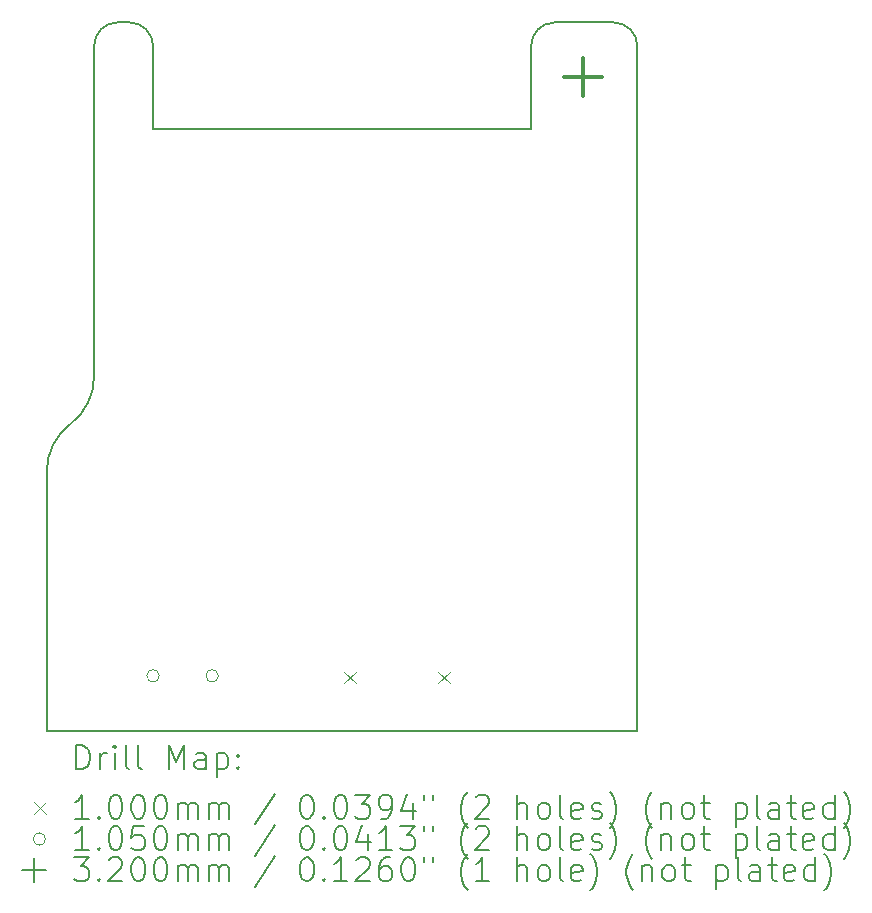
<source format=gbr>
%TF.GenerationSoftware,KiCad,Pcbnew,9.0.0-9.0.0-2~ubuntu24.04.1*%
%TF.CreationDate,2025-03-07T10:51:01+01:00*%
%TF.ProjectId,SensorBoard,53656e73-6f72-4426-9f61-72642e6b6963,rev?*%
%TF.SameCoordinates,Original*%
%TF.FileFunction,Drillmap*%
%TF.FilePolarity,Positive*%
%FSLAX45Y45*%
G04 Gerber Fmt 4.5, Leading zero omitted, Abs format (unit mm)*
G04 Created by KiCad (PCBNEW 9.0.0-9.0.0-2~ubuntu24.04.1) date 2025-03-07 10:51:01*
%MOMM*%
%LPD*%
G01*
G04 APERTURE LIST*
%ADD10C,0.200000*%
%ADD11C,0.100000*%
%ADD12C,0.105000*%
%ADD13C,0.320000*%
G04 APERTURE END LIST*
D10*
X18629500Y-8147000D02*
G75*
G02*
X18829500Y-8347000I0J-200000D01*
G01*
X14229500Y-8347000D02*
X14229500Y-11147000D01*
X18129500Y-8147000D02*
X18629500Y-8147000D01*
X18829500Y-8347000D02*
X18829500Y-14147000D01*
X14529500Y-8147000D02*
X14429500Y-8147000D01*
X18829500Y-14147000D02*
X13829500Y-14147000D01*
X14229500Y-11147000D02*
G75*
G02*
X14029500Y-11547000I-500000J0D01*
G01*
X17929500Y-8347000D02*
G75*
G02*
X18129500Y-8147000I200000J0D01*
G01*
X14529500Y-8147000D02*
G75*
G02*
X14729500Y-8347000I0J-200000D01*
G01*
X13829500Y-11947000D02*
X13829500Y-14147000D01*
X13829500Y-11947000D02*
G75*
G02*
X14029500Y-11547000I500000J0D01*
G01*
X14729500Y-9047000D02*
X17929500Y-9047000D01*
X17929500Y-9047000D02*
X17929500Y-8347000D01*
X14229500Y-8347000D02*
G75*
G02*
X14429500Y-8147000I200000J0D01*
G01*
X14729500Y-8347000D02*
X14729500Y-9047000D01*
D11*
X16346300Y-13643000D02*
X16446300Y-13743000D01*
X16446300Y-13643000D02*
X16346300Y-13743000D01*
X17144300Y-13643000D02*
X17244300Y-13743000D01*
X17244300Y-13643000D02*
X17144300Y-13743000D01*
D12*
X14782198Y-13678302D02*
G75*
G02*
X14677198Y-13678302I-52500J0D01*
G01*
X14677198Y-13678302D02*
G75*
G02*
X14782198Y-13678302I52500J0D01*
G01*
X15282198Y-13678302D02*
G75*
G02*
X15177198Y-13678302I-52500J0D01*
G01*
X15177198Y-13678302D02*
G75*
G02*
X15282198Y-13678302I52500J0D01*
G01*
D13*
X18370080Y-8447000D02*
X18370080Y-8767000D01*
X18210080Y-8607000D02*
X18530080Y-8607000D01*
D10*
X14080277Y-14468484D02*
X14080277Y-14268484D01*
X14080277Y-14268484D02*
X14127896Y-14268484D01*
X14127896Y-14268484D02*
X14156467Y-14278008D01*
X14156467Y-14278008D02*
X14175515Y-14297055D01*
X14175515Y-14297055D02*
X14185039Y-14316103D01*
X14185039Y-14316103D02*
X14194562Y-14354198D01*
X14194562Y-14354198D02*
X14194562Y-14382769D01*
X14194562Y-14382769D02*
X14185039Y-14420865D01*
X14185039Y-14420865D02*
X14175515Y-14439912D01*
X14175515Y-14439912D02*
X14156467Y-14458960D01*
X14156467Y-14458960D02*
X14127896Y-14468484D01*
X14127896Y-14468484D02*
X14080277Y-14468484D01*
X14280277Y-14468484D02*
X14280277Y-14335150D01*
X14280277Y-14373246D02*
X14289801Y-14354198D01*
X14289801Y-14354198D02*
X14299324Y-14344674D01*
X14299324Y-14344674D02*
X14318372Y-14335150D01*
X14318372Y-14335150D02*
X14337420Y-14335150D01*
X14404086Y-14468484D02*
X14404086Y-14335150D01*
X14404086Y-14268484D02*
X14394562Y-14278008D01*
X14394562Y-14278008D02*
X14404086Y-14287531D01*
X14404086Y-14287531D02*
X14413610Y-14278008D01*
X14413610Y-14278008D02*
X14404086Y-14268484D01*
X14404086Y-14268484D02*
X14404086Y-14287531D01*
X14527896Y-14468484D02*
X14508848Y-14458960D01*
X14508848Y-14458960D02*
X14499324Y-14439912D01*
X14499324Y-14439912D02*
X14499324Y-14268484D01*
X14632658Y-14468484D02*
X14613610Y-14458960D01*
X14613610Y-14458960D02*
X14604086Y-14439912D01*
X14604086Y-14439912D02*
X14604086Y-14268484D01*
X14861229Y-14468484D02*
X14861229Y-14268484D01*
X14861229Y-14268484D02*
X14927896Y-14411341D01*
X14927896Y-14411341D02*
X14994562Y-14268484D01*
X14994562Y-14268484D02*
X14994562Y-14468484D01*
X15175515Y-14468484D02*
X15175515Y-14363722D01*
X15175515Y-14363722D02*
X15165991Y-14344674D01*
X15165991Y-14344674D02*
X15146943Y-14335150D01*
X15146943Y-14335150D02*
X15108848Y-14335150D01*
X15108848Y-14335150D02*
X15089801Y-14344674D01*
X15175515Y-14458960D02*
X15156467Y-14468484D01*
X15156467Y-14468484D02*
X15108848Y-14468484D01*
X15108848Y-14468484D02*
X15089801Y-14458960D01*
X15089801Y-14458960D02*
X15080277Y-14439912D01*
X15080277Y-14439912D02*
X15080277Y-14420865D01*
X15080277Y-14420865D02*
X15089801Y-14401817D01*
X15089801Y-14401817D02*
X15108848Y-14392293D01*
X15108848Y-14392293D02*
X15156467Y-14392293D01*
X15156467Y-14392293D02*
X15175515Y-14382769D01*
X15270753Y-14335150D02*
X15270753Y-14535150D01*
X15270753Y-14344674D02*
X15289801Y-14335150D01*
X15289801Y-14335150D02*
X15327896Y-14335150D01*
X15327896Y-14335150D02*
X15346943Y-14344674D01*
X15346943Y-14344674D02*
X15356467Y-14354198D01*
X15356467Y-14354198D02*
X15365991Y-14373246D01*
X15365991Y-14373246D02*
X15365991Y-14430388D01*
X15365991Y-14430388D02*
X15356467Y-14449436D01*
X15356467Y-14449436D02*
X15346943Y-14458960D01*
X15346943Y-14458960D02*
X15327896Y-14468484D01*
X15327896Y-14468484D02*
X15289801Y-14468484D01*
X15289801Y-14468484D02*
X15270753Y-14458960D01*
X15451705Y-14449436D02*
X15461229Y-14458960D01*
X15461229Y-14458960D02*
X15451705Y-14468484D01*
X15451705Y-14468484D02*
X15442182Y-14458960D01*
X15442182Y-14458960D02*
X15451705Y-14449436D01*
X15451705Y-14449436D02*
X15451705Y-14468484D01*
X15451705Y-14344674D02*
X15461229Y-14354198D01*
X15461229Y-14354198D02*
X15451705Y-14363722D01*
X15451705Y-14363722D02*
X15442182Y-14354198D01*
X15442182Y-14354198D02*
X15451705Y-14344674D01*
X15451705Y-14344674D02*
X15451705Y-14363722D01*
D11*
X13719500Y-14747000D02*
X13819500Y-14847000D01*
X13819500Y-14747000D02*
X13719500Y-14847000D01*
D10*
X14185039Y-14888484D02*
X14070753Y-14888484D01*
X14127896Y-14888484D02*
X14127896Y-14688484D01*
X14127896Y-14688484D02*
X14108848Y-14717055D01*
X14108848Y-14717055D02*
X14089801Y-14736103D01*
X14089801Y-14736103D02*
X14070753Y-14745627D01*
X14270753Y-14869436D02*
X14280277Y-14878960D01*
X14280277Y-14878960D02*
X14270753Y-14888484D01*
X14270753Y-14888484D02*
X14261229Y-14878960D01*
X14261229Y-14878960D02*
X14270753Y-14869436D01*
X14270753Y-14869436D02*
X14270753Y-14888484D01*
X14404086Y-14688484D02*
X14423134Y-14688484D01*
X14423134Y-14688484D02*
X14442182Y-14698008D01*
X14442182Y-14698008D02*
X14451705Y-14707531D01*
X14451705Y-14707531D02*
X14461229Y-14726579D01*
X14461229Y-14726579D02*
X14470753Y-14764674D01*
X14470753Y-14764674D02*
X14470753Y-14812293D01*
X14470753Y-14812293D02*
X14461229Y-14850388D01*
X14461229Y-14850388D02*
X14451705Y-14869436D01*
X14451705Y-14869436D02*
X14442182Y-14878960D01*
X14442182Y-14878960D02*
X14423134Y-14888484D01*
X14423134Y-14888484D02*
X14404086Y-14888484D01*
X14404086Y-14888484D02*
X14385039Y-14878960D01*
X14385039Y-14878960D02*
X14375515Y-14869436D01*
X14375515Y-14869436D02*
X14365991Y-14850388D01*
X14365991Y-14850388D02*
X14356467Y-14812293D01*
X14356467Y-14812293D02*
X14356467Y-14764674D01*
X14356467Y-14764674D02*
X14365991Y-14726579D01*
X14365991Y-14726579D02*
X14375515Y-14707531D01*
X14375515Y-14707531D02*
X14385039Y-14698008D01*
X14385039Y-14698008D02*
X14404086Y-14688484D01*
X14594562Y-14688484D02*
X14613610Y-14688484D01*
X14613610Y-14688484D02*
X14632658Y-14698008D01*
X14632658Y-14698008D02*
X14642182Y-14707531D01*
X14642182Y-14707531D02*
X14651705Y-14726579D01*
X14651705Y-14726579D02*
X14661229Y-14764674D01*
X14661229Y-14764674D02*
X14661229Y-14812293D01*
X14661229Y-14812293D02*
X14651705Y-14850388D01*
X14651705Y-14850388D02*
X14642182Y-14869436D01*
X14642182Y-14869436D02*
X14632658Y-14878960D01*
X14632658Y-14878960D02*
X14613610Y-14888484D01*
X14613610Y-14888484D02*
X14594562Y-14888484D01*
X14594562Y-14888484D02*
X14575515Y-14878960D01*
X14575515Y-14878960D02*
X14565991Y-14869436D01*
X14565991Y-14869436D02*
X14556467Y-14850388D01*
X14556467Y-14850388D02*
X14546943Y-14812293D01*
X14546943Y-14812293D02*
X14546943Y-14764674D01*
X14546943Y-14764674D02*
X14556467Y-14726579D01*
X14556467Y-14726579D02*
X14565991Y-14707531D01*
X14565991Y-14707531D02*
X14575515Y-14698008D01*
X14575515Y-14698008D02*
X14594562Y-14688484D01*
X14785039Y-14688484D02*
X14804086Y-14688484D01*
X14804086Y-14688484D02*
X14823134Y-14698008D01*
X14823134Y-14698008D02*
X14832658Y-14707531D01*
X14832658Y-14707531D02*
X14842182Y-14726579D01*
X14842182Y-14726579D02*
X14851705Y-14764674D01*
X14851705Y-14764674D02*
X14851705Y-14812293D01*
X14851705Y-14812293D02*
X14842182Y-14850388D01*
X14842182Y-14850388D02*
X14832658Y-14869436D01*
X14832658Y-14869436D02*
X14823134Y-14878960D01*
X14823134Y-14878960D02*
X14804086Y-14888484D01*
X14804086Y-14888484D02*
X14785039Y-14888484D01*
X14785039Y-14888484D02*
X14765991Y-14878960D01*
X14765991Y-14878960D02*
X14756467Y-14869436D01*
X14756467Y-14869436D02*
X14746943Y-14850388D01*
X14746943Y-14850388D02*
X14737420Y-14812293D01*
X14737420Y-14812293D02*
X14737420Y-14764674D01*
X14737420Y-14764674D02*
X14746943Y-14726579D01*
X14746943Y-14726579D02*
X14756467Y-14707531D01*
X14756467Y-14707531D02*
X14765991Y-14698008D01*
X14765991Y-14698008D02*
X14785039Y-14688484D01*
X14937420Y-14888484D02*
X14937420Y-14755150D01*
X14937420Y-14774198D02*
X14946943Y-14764674D01*
X14946943Y-14764674D02*
X14965991Y-14755150D01*
X14965991Y-14755150D02*
X14994563Y-14755150D01*
X14994563Y-14755150D02*
X15013610Y-14764674D01*
X15013610Y-14764674D02*
X15023134Y-14783722D01*
X15023134Y-14783722D02*
X15023134Y-14888484D01*
X15023134Y-14783722D02*
X15032658Y-14764674D01*
X15032658Y-14764674D02*
X15051705Y-14755150D01*
X15051705Y-14755150D02*
X15080277Y-14755150D01*
X15080277Y-14755150D02*
X15099324Y-14764674D01*
X15099324Y-14764674D02*
X15108848Y-14783722D01*
X15108848Y-14783722D02*
X15108848Y-14888484D01*
X15204086Y-14888484D02*
X15204086Y-14755150D01*
X15204086Y-14774198D02*
X15213610Y-14764674D01*
X15213610Y-14764674D02*
X15232658Y-14755150D01*
X15232658Y-14755150D02*
X15261229Y-14755150D01*
X15261229Y-14755150D02*
X15280277Y-14764674D01*
X15280277Y-14764674D02*
X15289801Y-14783722D01*
X15289801Y-14783722D02*
X15289801Y-14888484D01*
X15289801Y-14783722D02*
X15299324Y-14764674D01*
X15299324Y-14764674D02*
X15318372Y-14755150D01*
X15318372Y-14755150D02*
X15346943Y-14755150D01*
X15346943Y-14755150D02*
X15365991Y-14764674D01*
X15365991Y-14764674D02*
X15375515Y-14783722D01*
X15375515Y-14783722D02*
X15375515Y-14888484D01*
X15765991Y-14678960D02*
X15594563Y-14936103D01*
X16023134Y-14688484D02*
X16042182Y-14688484D01*
X16042182Y-14688484D02*
X16061229Y-14698008D01*
X16061229Y-14698008D02*
X16070753Y-14707531D01*
X16070753Y-14707531D02*
X16080277Y-14726579D01*
X16080277Y-14726579D02*
X16089801Y-14764674D01*
X16089801Y-14764674D02*
X16089801Y-14812293D01*
X16089801Y-14812293D02*
X16080277Y-14850388D01*
X16080277Y-14850388D02*
X16070753Y-14869436D01*
X16070753Y-14869436D02*
X16061229Y-14878960D01*
X16061229Y-14878960D02*
X16042182Y-14888484D01*
X16042182Y-14888484D02*
X16023134Y-14888484D01*
X16023134Y-14888484D02*
X16004086Y-14878960D01*
X16004086Y-14878960D02*
X15994563Y-14869436D01*
X15994563Y-14869436D02*
X15985039Y-14850388D01*
X15985039Y-14850388D02*
X15975515Y-14812293D01*
X15975515Y-14812293D02*
X15975515Y-14764674D01*
X15975515Y-14764674D02*
X15985039Y-14726579D01*
X15985039Y-14726579D02*
X15994563Y-14707531D01*
X15994563Y-14707531D02*
X16004086Y-14698008D01*
X16004086Y-14698008D02*
X16023134Y-14688484D01*
X16175515Y-14869436D02*
X16185039Y-14878960D01*
X16185039Y-14878960D02*
X16175515Y-14888484D01*
X16175515Y-14888484D02*
X16165991Y-14878960D01*
X16165991Y-14878960D02*
X16175515Y-14869436D01*
X16175515Y-14869436D02*
X16175515Y-14888484D01*
X16308848Y-14688484D02*
X16327896Y-14688484D01*
X16327896Y-14688484D02*
X16346944Y-14698008D01*
X16346944Y-14698008D02*
X16356467Y-14707531D01*
X16356467Y-14707531D02*
X16365991Y-14726579D01*
X16365991Y-14726579D02*
X16375515Y-14764674D01*
X16375515Y-14764674D02*
X16375515Y-14812293D01*
X16375515Y-14812293D02*
X16365991Y-14850388D01*
X16365991Y-14850388D02*
X16356467Y-14869436D01*
X16356467Y-14869436D02*
X16346944Y-14878960D01*
X16346944Y-14878960D02*
X16327896Y-14888484D01*
X16327896Y-14888484D02*
X16308848Y-14888484D01*
X16308848Y-14888484D02*
X16289801Y-14878960D01*
X16289801Y-14878960D02*
X16280277Y-14869436D01*
X16280277Y-14869436D02*
X16270753Y-14850388D01*
X16270753Y-14850388D02*
X16261229Y-14812293D01*
X16261229Y-14812293D02*
X16261229Y-14764674D01*
X16261229Y-14764674D02*
X16270753Y-14726579D01*
X16270753Y-14726579D02*
X16280277Y-14707531D01*
X16280277Y-14707531D02*
X16289801Y-14698008D01*
X16289801Y-14698008D02*
X16308848Y-14688484D01*
X16442182Y-14688484D02*
X16565991Y-14688484D01*
X16565991Y-14688484D02*
X16499325Y-14764674D01*
X16499325Y-14764674D02*
X16527896Y-14764674D01*
X16527896Y-14764674D02*
X16546944Y-14774198D01*
X16546944Y-14774198D02*
X16556467Y-14783722D01*
X16556467Y-14783722D02*
X16565991Y-14802769D01*
X16565991Y-14802769D02*
X16565991Y-14850388D01*
X16565991Y-14850388D02*
X16556467Y-14869436D01*
X16556467Y-14869436D02*
X16546944Y-14878960D01*
X16546944Y-14878960D02*
X16527896Y-14888484D01*
X16527896Y-14888484D02*
X16470753Y-14888484D01*
X16470753Y-14888484D02*
X16451706Y-14878960D01*
X16451706Y-14878960D02*
X16442182Y-14869436D01*
X16661229Y-14888484D02*
X16699325Y-14888484D01*
X16699325Y-14888484D02*
X16718372Y-14878960D01*
X16718372Y-14878960D02*
X16727896Y-14869436D01*
X16727896Y-14869436D02*
X16746944Y-14840865D01*
X16746944Y-14840865D02*
X16756467Y-14802769D01*
X16756467Y-14802769D02*
X16756467Y-14726579D01*
X16756467Y-14726579D02*
X16746944Y-14707531D01*
X16746944Y-14707531D02*
X16737420Y-14698008D01*
X16737420Y-14698008D02*
X16718372Y-14688484D01*
X16718372Y-14688484D02*
X16680277Y-14688484D01*
X16680277Y-14688484D02*
X16661229Y-14698008D01*
X16661229Y-14698008D02*
X16651706Y-14707531D01*
X16651706Y-14707531D02*
X16642182Y-14726579D01*
X16642182Y-14726579D02*
X16642182Y-14774198D01*
X16642182Y-14774198D02*
X16651706Y-14793246D01*
X16651706Y-14793246D02*
X16661229Y-14802769D01*
X16661229Y-14802769D02*
X16680277Y-14812293D01*
X16680277Y-14812293D02*
X16718372Y-14812293D01*
X16718372Y-14812293D02*
X16737420Y-14802769D01*
X16737420Y-14802769D02*
X16746944Y-14793246D01*
X16746944Y-14793246D02*
X16756467Y-14774198D01*
X16927896Y-14755150D02*
X16927896Y-14888484D01*
X16880277Y-14678960D02*
X16832658Y-14821817D01*
X16832658Y-14821817D02*
X16956468Y-14821817D01*
X17023134Y-14688484D02*
X17023134Y-14726579D01*
X17099325Y-14688484D02*
X17099325Y-14726579D01*
X17394563Y-14964674D02*
X17385039Y-14955150D01*
X17385039Y-14955150D02*
X17365991Y-14926579D01*
X17365991Y-14926579D02*
X17356468Y-14907531D01*
X17356468Y-14907531D02*
X17346944Y-14878960D01*
X17346944Y-14878960D02*
X17337420Y-14831341D01*
X17337420Y-14831341D02*
X17337420Y-14793246D01*
X17337420Y-14793246D02*
X17346944Y-14745627D01*
X17346944Y-14745627D02*
X17356468Y-14717055D01*
X17356468Y-14717055D02*
X17365991Y-14698008D01*
X17365991Y-14698008D02*
X17385039Y-14669436D01*
X17385039Y-14669436D02*
X17394563Y-14659912D01*
X17461230Y-14707531D02*
X17470753Y-14698008D01*
X17470753Y-14698008D02*
X17489801Y-14688484D01*
X17489801Y-14688484D02*
X17537420Y-14688484D01*
X17537420Y-14688484D02*
X17556468Y-14698008D01*
X17556468Y-14698008D02*
X17565991Y-14707531D01*
X17565991Y-14707531D02*
X17575515Y-14726579D01*
X17575515Y-14726579D02*
X17575515Y-14745627D01*
X17575515Y-14745627D02*
X17565991Y-14774198D01*
X17565991Y-14774198D02*
X17451706Y-14888484D01*
X17451706Y-14888484D02*
X17575515Y-14888484D01*
X17813611Y-14888484D02*
X17813611Y-14688484D01*
X17899325Y-14888484D02*
X17899325Y-14783722D01*
X17899325Y-14783722D02*
X17889801Y-14764674D01*
X17889801Y-14764674D02*
X17870753Y-14755150D01*
X17870753Y-14755150D02*
X17842182Y-14755150D01*
X17842182Y-14755150D02*
X17823134Y-14764674D01*
X17823134Y-14764674D02*
X17813611Y-14774198D01*
X18023134Y-14888484D02*
X18004087Y-14878960D01*
X18004087Y-14878960D02*
X17994563Y-14869436D01*
X17994563Y-14869436D02*
X17985039Y-14850388D01*
X17985039Y-14850388D02*
X17985039Y-14793246D01*
X17985039Y-14793246D02*
X17994563Y-14774198D01*
X17994563Y-14774198D02*
X18004087Y-14764674D01*
X18004087Y-14764674D02*
X18023134Y-14755150D01*
X18023134Y-14755150D02*
X18051706Y-14755150D01*
X18051706Y-14755150D02*
X18070753Y-14764674D01*
X18070753Y-14764674D02*
X18080277Y-14774198D01*
X18080277Y-14774198D02*
X18089801Y-14793246D01*
X18089801Y-14793246D02*
X18089801Y-14850388D01*
X18089801Y-14850388D02*
X18080277Y-14869436D01*
X18080277Y-14869436D02*
X18070753Y-14878960D01*
X18070753Y-14878960D02*
X18051706Y-14888484D01*
X18051706Y-14888484D02*
X18023134Y-14888484D01*
X18204087Y-14888484D02*
X18185039Y-14878960D01*
X18185039Y-14878960D02*
X18175515Y-14859912D01*
X18175515Y-14859912D02*
X18175515Y-14688484D01*
X18356468Y-14878960D02*
X18337420Y-14888484D01*
X18337420Y-14888484D02*
X18299325Y-14888484D01*
X18299325Y-14888484D02*
X18280277Y-14878960D01*
X18280277Y-14878960D02*
X18270753Y-14859912D01*
X18270753Y-14859912D02*
X18270753Y-14783722D01*
X18270753Y-14783722D02*
X18280277Y-14764674D01*
X18280277Y-14764674D02*
X18299325Y-14755150D01*
X18299325Y-14755150D02*
X18337420Y-14755150D01*
X18337420Y-14755150D02*
X18356468Y-14764674D01*
X18356468Y-14764674D02*
X18365992Y-14783722D01*
X18365992Y-14783722D02*
X18365992Y-14802769D01*
X18365992Y-14802769D02*
X18270753Y-14821817D01*
X18442182Y-14878960D02*
X18461230Y-14888484D01*
X18461230Y-14888484D02*
X18499325Y-14888484D01*
X18499325Y-14888484D02*
X18518373Y-14878960D01*
X18518373Y-14878960D02*
X18527896Y-14859912D01*
X18527896Y-14859912D02*
X18527896Y-14850388D01*
X18527896Y-14850388D02*
X18518373Y-14831341D01*
X18518373Y-14831341D02*
X18499325Y-14821817D01*
X18499325Y-14821817D02*
X18470753Y-14821817D01*
X18470753Y-14821817D02*
X18451706Y-14812293D01*
X18451706Y-14812293D02*
X18442182Y-14793246D01*
X18442182Y-14793246D02*
X18442182Y-14783722D01*
X18442182Y-14783722D02*
X18451706Y-14764674D01*
X18451706Y-14764674D02*
X18470753Y-14755150D01*
X18470753Y-14755150D02*
X18499325Y-14755150D01*
X18499325Y-14755150D02*
X18518373Y-14764674D01*
X18594563Y-14964674D02*
X18604087Y-14955150D01*
X18604087Y-14955150D02*
X18623134Y-14926579D01*
X18623134Y-14926579D02*
X18632658Y-14907531D01*
X18632658Y-14907531D02*
X18642182Y-14878960D01*
X18642182Y-14878960D02*
X18651706Y-14831341D01*
X18651706Y-14831341D02*
X18651706Y-14793246D01*
X18651706Y-14793246D02*
X18642182Y-14745627D01*
X18642182Y-14745627D02*
X18632658Y-14717055D01*
X18632658Y-14717055D02*
X18623134Y-14698008D01*
X18623134Y-14698008D02*
X18604087Y-14669436D01*
X18604087Y-14669436D02*
X18594563Y-14659912D01*
X18956468Y-14964674D02*
X18946944Y-14955150D01*
X18946944Y-14955150D02*
X18927896Y-14926579D01*
X18927896Y-14926579D02*
X18918373Y-14907531D01*
X18918373Y-14907531D02*
X18908849Y-14878960D01*
X18908849Y-14878960D02*
X18899325Y-14831341D01*
X18899325Y-14831341D02*
X18899325Y-14793246D01*
X18899325Y-14793246D02*
X18908849Y-14745627D01*
X18908849Y-14745627D02*
X18918373Y-14717055D01*
X18918373Y-14717055D02*
X18927896Y-14698008D01*
X18927896Y-14698008D02*
X18946944Y-14669436D01*
X18946944Y-14669436D02*
X18956468Y-14659912D01*
X19032658Y-14755150D02*
X19032658Y-14888484D01*
X19032658Y-14774198D02*
X19042182Y-14764674D01*
X19042182Y-14764674D02*
X19061230Y-14755150D01*
X19061230Y-14755150D02*
X19089801Y-14755150D01*
X19089801Y-14755150D02*
X19108849Y-14764674D01*
X19108849Y-14764674D02*
X19118373Y-14783722D01*
X19118373Y-14783722D02*
X19118373Y-14888484D01*
X19242182Y-14888484D02*
X19223134Y-14878960D01*
X19223134Y-14878960D02*
X19213611Y-14869436D01*
X19213611Y-14869436D02*
X19204087Y-14850388D01*
X19204087Y-14850388D02*
X19204087Y-14793246D01*
X19204087Y-14793246D02*
X19213611Y-14774198D01*
X19213611Y-14774198D02*
X19223134Y-14764674D01*
X19223134Y-14764674D02*
X19242182Y-14755150D01*
X19242182Y-14755150D02*
X19270754Y-14755150D01*
X19270754Y-14755150D02*
X19289801Y-14764674D01*
X19289801Y-14764674D02*
X19299325Y-14774198D01*
X19299325Y-14774198D02*
X19308849Y-14793246D01*
X19308849Y-14793246D02*
X19308849Y-14850388D01*
X19308849Y-14850388D02*
X19299325Y-14869436D01*
X19299325Y-14869436D02*
X19289801Y-14878960D01*
X19289801Y-14878960D02*
X19270754Y-14888484D01*
X19270754Y-14888484D02*
X19242182Y-14888484D01*
X19365992Y-14755150D02*
X19442182Y-14755150D01*
X19394563Y-14688484D02*
X19394563Y-14859912D01*
X19394563Y-14859912D02*
X19404087Y-14878960D01*
X19404087Y-14878960D02*
X19423134Y-14888484D01*
X19423134Y-14888484D02*
X19442182Y-14888484D01*
X19661230Y-14755150D02*
X19661230Y-14955150D01*
X19661230Y-14764674D02*
X19680277Y-14755150D01*
X19680277Y-14755150D02*
X19718373Y-14755150D01*
X19718373Y-14755150D02*
X19737420Y-14764674D01*
X19737420Y-14764674D02*
X19746944Y-14774198D01*
X19746944Y-14774198D02*
X19756468Y-14793246D01*
X19756468Y-14793246D02*
X19756468Y-14850388D01*
X19756468Y-14850388D02*
X19746944Y-14869436D01*
X19746944Y-14869436D02*
X19737420Y-14878960D01*
X19737420Y-14878960D02*
X19718373Y-14888484D01*
X19718373Y-14888484D02*
X19680277Y-14888484D01*
X19680277Y-14888484D02*
X19661230Y-14878960D01*
X19870754Y-14888484D02*
X19851706Y-14878960D01*
X19851706Y-14878960D02*
X19842182Y-14859912D01*
X19842182Y-14859912D02*
X19842182Y-14688484D01*
X20032658Y-14888484D02*
X20032658Y-14783722D01*
X20032658Y-14783722D02*
X20023135Y-14764674D01*
X20023135Y-14764674D02*
X20004087Y-14755150D01*
X20004087Y-14755150D02*
X19965992Y-14755150D01*
X19965992Y-14755150D02*
X19946944Y-14764674D01*
X20032658Y-14878960D02*
X20013611Y-14888484D01*
X20013611Y-14888484D02*
X19965992Y-14888484D01*
X19965992Y-14888484D02*
X19946944Y-14878960D01*
X19946944Y-14878960D02*
X19937420Y-14859912D01*
X19937420Y-14859912D02*
X19937420Y-14840865D01*
X19937420Y-14840865D02*
X19946944Y-14821817D01*
X19946944Y-14821817D02*
X19965992Y-14812293D01*
X19965992Y-14812293D02*
X20013611Y-14812293D01*
X20013611Y-14812293D02*
X20032658Y-14802769D01*
X20099325Y-14755150D02*
X20175515Y-14755150D01*
X20127896Y-14688484D02*
X20127896Y-14859912D01*
X20127896Y-14859912D02*
X20137420Y-14878960D01*
X20137420Y-14878960D02*
X20156468Y-14888484D01*
X20156468Y-14888484D02*
X20175515Y-14888484D01*
X20318373Y-14878960D02*
X20299325Y-14888484D01*
X20299325Y-14888484D02*
X20261230Y-14888484D01*
X20261230Y-14888484D02*
X20242182Y-14878960D01*
X20242182Y-14878960D02*
X20232658Y-14859912D01*
X20232658Y-14859912D02*
X20232658Y-14783722D01*
X20232658Y-14783722D02*
X20242182Y-14764674D01*
X20242182Y-14764674D02*
X20261230Y-14755150D01*
X20261230Y-14755150D02*
X20299325Y-14755150D01*
X20299325Y-14755150D02*
X20318373Y-14764674D01*
X20318373Y-14764674D02*
X20327896Y-14783722D01*
X20327896Y-14783722D02*
X20327896Y-14802769D01*
X20327896Y-14802769D02*
X20232658Y-14821817D01*
X20499325Y-14888484D02*
X20499325Y-14688484D01*
X20499325Y-14878960D02*
X20480277Y-14888484D01*
X20480277Y-14888484D02*
X20442182Y-14888484D01*
X20442182Y-14888484D02*
X20423135Y-14878960D01*
X20423135Y-14878960D02*
X20413611Y-14869436D01*
X20413611Y-14869436D02*
X20404087Y-14850388D01*
X20404087Y-14850388D02*
X20404087Y-14793246D01*
X20404087Y-14793246D02*
X20413611Y-14774198D01*
X20413611Y-14774198D02*
X20423135Y-14764674D01*
X20423135Y-14764674D02*
X20442182Y-14755150D01*
X20442182Y-14755150D02*
X20480277Y-14755150D01*
X20480277Y-14755150D02*
X20499325Y-14764674D01*
X20575516Y-14964674D02*
X20585039Y-14955150D01*
X20585039Y-14955150D02*
X20604087Y-14926579D01*
X20604087Y-14926579D02*
X20613611Y-14907531D01*
X20613611Y-14907531D02*
X20623135Y-14878960D01*
X20623135Y-14878960D02*
X20632658Y-14831341D01*
X20632658Y-14831341D02*
X20632658Y-14793246D01*
X20632658Y-14793246D02*
X20623135Y-14745627D01*
X20623135Y-14745627D02*
X20613611Y-14717055D01*
X20613611Y-14717055D02*
X20604087Y-14698008D01*
X20604087Y-14698008D02*
X20585039Y-14669436D01*
X20585039Y-14669436D02*
X20575516Y-14659912D01*
D12*
X13819500Y-15061000D02*
G75*
G02*
X13714500Y-15061000I-52500J0D01*
G01*
X13714500Y-15061000D02*
G75*
G02*
X13819500Y-15061000I52500J0D01*
G01*
D10*
X14185039Y-15152484D02*
X14070753Y-15152484D01*
X14127896Y-15152484D02*
X14127896Y-14952484D01*
X14127896Y-14952484D02*
X14108848Y-14981055D01*
X14108848Y-14981055D02*
X14089801Y-15000103D01*
X14089801Y-15000103D02*
X14070753Y-15009627D01*
X14270753Y-15133436D02*
X14280277Y-15142960D01*
X14280277Y-15142960D02*
X14270753Y-15152484D01*
X14270753Y-15152484D02*
X14261229Y-15142960D01*
X14261229Y-15142960D02*
X14270753Y-15133436D01*
X14270753Y-15133436D02*
X14270753Y-15152484D01*
X14404086Y-14952484D02*
X14423134Y-14952484D01*
X14423134Y-14952484D02*
X14442182Y-14962008D01*
X14442182Y-14962008D02*
X14451705Y-14971531D01*
X14451705Y-14971531D02*
X14461229Y-14990579D01*
X14461229Y-14990579D02*
X14470753Y-15028674D01*
X14470753Y-15028674D02*
X14470753Y-15076293D01*
X14470753Y-15076293D02*
X14461229Y-15114388D01*
X14461229Y-15114388D02*
X14451705Y-15133436D01*
X14451705Y-15133436D02*
X14442182Y-15142960D01*
X14442182Y-15142960D02*
X14423134Y-15152484D01*
X14423134Y-15152484D02*
X14404086Y-15152484D01*
X14404086Y-15152484D02*
X14385039Y-15142960D01*
X14385039Y-15142960D02*
X14375515Y-15133436D01*
X14375515Y-15133436D02*
X14365991Y-15114388D01*
X14365991Y-15114388D02*
X14356467Y-15076293D01*
X14356467Y-15076293D02*
X14356467Y-15028674D01*
X14356467Y-15028674D02*
X14365991Y-14990579D01*
X14365991Y-14990579D02*
X14375515Y-14971531D01*
X14375515Y-14971531D02*
X14385039Y-14962008D01*
X14385039Y-14962008D02*
X14404086Y-14952484D01*
X14651705Y-14952484D02*
X14556467Y-14952484D01*
X14556467Y-14952484D02*
X14546943Y-15047722D01*
X14546943Y-15047722D02*
X14556467Y-15038198D01*
X14556467Y-15038198D02*
X14575515Y-15028674D01*
X14575515Y-15028674D02*
X14623134Y-15028674D01*
X14623134Y-15028674D02*
X14642182Y-15038198D01*
X14642182Y-15038198D02*
X14651705Y-15047722D01*
X14651705Y-15047722D02*
X14661229Y-15066769D01*
X14661229Y-15066769D02*
X14661229Y-15114388D01*
X14661229Y-15114388D02*
X14651705Y-15133436D01*
X14651705Y-15133436D02*
X14642182Y-15142960D01*
X14642182Y-15142960D02*
X14623134Y-15152484D01*
X14623134Y-15152484D02*
X14575515Y-15152484D01*
X14575515Y-15152484D02*
X14556467Y-15142960D01*
X14556467Y-15142960D02*
X14546943Y-15133436D01*
X14785039Y-14952484D02*
X14804086Y-14952484D01*
X14804086Y-14952484D02*
X14823134Y-14962008D01*
X14823134Y-14962008D02*
X14832658Y-14971531D01*
X14832658Y-14971531D02*
X14842182Y-14990579D01*
X14842182Y-14990579D02*
X14851705Y-15028674D01*
X14851705Y-15028674D02*
X14851705Y-15076293D01*
X14851705Y-15076293D02*
X14842182Y-15114388D01*
X14842182Y-15114388D02*
X14832658Y-15133436D01*
X14832658Y-15133436D02*
X14823134Y-15142960D01*
X14823134Y-15142960D02*
X14804086Y-15152484D01*
X14804086Y-15152484D02*
X14785039Y-15152484D01*
X14785039Y-15152484D02*
X14765991Y-15142960D01*
X14765991Y-15142960D02*
X14756467Y-15133436D01*
X14756467Y-15133436D02*
X14746943Y-15114388D01*
X14746943Y-15114388D02*
X14737420Y-15076293D01*
X14737420Y-15076293D02*
X14737420Y-15028674D01*
X14737420Y-15028674D02*
X14746943Y-14990579D01*
X14746943Y-14990579D02*
X14756467Y-14971531D01*
X14756467Y-14971531D02*
X14765991Y-14962008D01*
X14765991Y-14962008D02*
X14785039Y-14952484D01*
X14937420Y-15152484D02*
X14937420Y-15019150D01*
X14937420Y-15038198D02*
X14946943Y-15028674D01*
X14946943Y-15028674D02*
X14965991Y-15019150D01*
X14965991Y-15019150D02*
X14994563Y-15019150D01*
X14994563Y-15019150D02*
X15013610Y-15028674D01*
X15013610Y-15028674D02*
X15023134Y-15047722D01*
X15023134Y-15047722D02*
X15023134Y-15152484D01*
X15023134Y-15047722D02*
X15032658Y-15028674D01*
X15032658Y-15028674D02*
X15051705Y-15019150D01*
X15051705Y-15019150D02*
X15080277Y-15019150D01*
X15080277Y-15019150D02*
X15099324Y-15028674D01*
X15099324Y-15028674D02*
X15108848Y-15047722D01*
X15108848Y-15047722D02*
X15108848Y-15152484D01*
X15204086Y-15152484D02*
X15204086Y-15019150D01*
X15204086Y-15038198D02*
X15213610Y-15028674D01*
X15213610Y-15028674D02*
X15232658Y-15019150D01*
X15232658Y-15019150D02*
X15261229Y-15019150D01*
X15261229Y-15019150D02*
X15280277Y-15028674D01*
X15280277Y-15028674D02*
X15289801Y-15047722D01*
X15289801Y-15047722D02*
X15289801Y-15152484D01*
X15289801Y-15047722D02*
X15299324Y-15028674D01*
X15299324Y-15028674D02*
X15318372Y-15019150D01*
X15318372Y-15019150D02*
X15346943Y-15019150D01*
X15346943Y-15019150D02*
X15365991Y-15028674D01*
X15365991Y-15028674D02*
X15375515Y-15047722D01*
X15375515Y-15047722D02*
X15375515Y-15152484D01*
X15765991Y-14942960D02*
X15594563Y-15200103D01*
X16023134Y-14952484D02*
X16042182Y-14952484D01*
X16042182Y-14952484D02*
X16061229Y-14962008D01*
X16061229Y-14962008D02*
X16070753Y-14971531D01*
X16070753Y-14971531D02*
X16080277Y-14990579D01*
X16080277Y-14990579D02*
X16089801Y-15028674D01*
X16089801Y-15028674D02*
X16089801Y-15076293D01*
X16089801Y-15076293D02*
X16080277Y-15114388D01*
X16080277Y-15114388D02*
X16070753Y-15133436D01*
X16070753Y-15133436D02*
X16061229Y-15142960D01*
X16061229Y-15142960D02*
X16042182Y-15152484D01*
X16042182Y-15152484D02*
X16023134Y-15152484D01*
X16023134Y-15152484D02*
X16004086Y-15142960D01*
X16004086Y-15142960D02*
X15994563Y-15133436D01*
X15994563Y-15133436D02*
X15985039Y-15114388D01*
X15985039Y-15114388D02*
X15975515Y-15076293D01*
X15975515Y-15076293D02*
X15975515Y-15028674D01*
X15975515Y-15028674D02*
X15985039Y-14990579D01*
X15985039Y-14990579D02*
X15994563Y-14971531D01*
X15994563Y-14971531D02*
X16004086Y-14962008D01*
X16004086Y-14962008D02*
X16023134Y-14952484D01*
X16175515Y-15133436D02*
X16185039Y-15142960D01*
X16185039Y-15142960D02*
X16175515Y-15152484D01*
X16175515Y-15152484D02*
X16165991Y-15142960D01*
X16165991Y-15142960D02*
X16175515Y-15133436D01*
X16175515Y-15133436D02*
X16175515Y-15152484D01*
X16308848Y-14952484D02*
X16327896Y-14952484D01*
X16327896Y-14952484D02*
X16346944Y-14962008D01*
X16346944Y-14962008D02*
X16356467Y-14971531D01*
X16356467Y-14971531D02*
X16365991Y-14990579D01*
X16365991Y-14990579D02*
X16375515Y-15028674D01*
X16375515Y-15028674D02*
X16375515Y-15076293D01*
X16375515Y-15076293D02*
X16365991Y-15114388D01*
X16365991Y-15114388D02*
X16356467Y-15133436D01*
X16356467Y-15133436D02*
X16346944Y-15142960D01*
X16346944Y-15142960D02*
X16327896Y-15152484D01*
X16327896Y-15152484D02*
X16308848Y-15152484D01*
X16308848Y-15152484D02*
X16289801Y-15142960D01*
X16289801Y-15142960D02*
X16280277Y-15133436D01*
X16280277Y-15133436D02*
X16270753Y-15114388D01*
X16270753Y-15114388D02*
X16261229Y-15076293D01*
X16261229Y-15076293D02*
X16261229Y-15028674D01*
X16261229Y-15028674D02*
X16270753Y-14990579D01*
X16270753Y-14990579D02*
X16280277Y-14971531D01*
X16280277Y-14971531D02*
X16289801Y-14962008D01*
X16289801Y-14962008D02*
X16308848Y-14952484D01*
X16546944Y-15019150D02*
X16546944Y-15152484D01*
X16499325Y-14942960D02*
X16451706Y-15085817D01*
X16451706Y-15085817D02*
X16575515Y-15085817D01*
X16756467Y-15152484D02*
X16642182Y-15152484D01*
X16699325Y-15152484D02*
X16699325Y-14952484D01*
X16699325Y-14952484D02*
X16680277Y-14981055D01*
X16680277Y-14981055D02*
X16661229Y-15000103D01*
X16661229Y-15000103D02*
X16642182Y-15009627D01*
X16823134Y-14952484D02*
X16946944Y-14952484D01*
X16946944Y-14952484D02*
X16880277Y-15028674D01*
X16880277Y-15028674D02*
X16908849Y-15028674D01*
X16908849Y-15028674D02*
X16927896Y-15038198D01*
X16927896Y-15038198D02*
X16937420Y-15047722D01*
X16937420Y-15047722D02*
X16946944Y-15066769D01*
X16946944Y-15066769D02*
X16946944Y-15114388D01*
X16946944Y-15114388D02*
X16937420Y-15133436D01*
X16937420Y-15133436D02*
X16927896Y-15142960D01*
X16927896Y-15142960D02*
X16908849Y-15152484D01*
X16908849Y-15152484D02*
X16851706Y-15152484D01*
X16851706Y-15152484D02*
X16832658Y-15142960D01*
X16832658Y-15142960D02*
X16823134Y-15133436D01*
X17023134Y-14952484D02*
X17023134Y-14990579D01*
X17099325Y-14952484D02*
X17099325Y-14990579D01*
X17394563Y-15228674D02*
X17385039Y-15219150D01*
X17385039Y-15219150D02*
X17365991Y-15190579D01*
X17365991Y-15190579D02*
X17356468Y-15171531D01*
X17356468Y-15171531D02*
X17346944Y-15142960D01*
X17346944Y-15142960D02*
X17337420Y-15095341D01*
X17337420Y-15095341D02*
X17337420Y-15057246D01*
X17337420Y-15057246D02*
X17346944Y-15009627D01*
X17346944Y-15009627D02*
X17356468Y-14981055D01*
X17356468Y-14981055D02*
X17365991Y-14962008D01*
X17365991Y-14962008D02*
X17385039Y-14933436D01*
X17385039Y-14933436D02*
X17394563Y-14923912D01*
X17461230Y-14971531D02*
X17470753Y-14962008D01*
X17470753Y-14962008D02*
X17489801Y-14952484D01*
X17489801Y-14952484D02*
X17537420Y-14952484D01*
X17537420Y-14952484D02*
X17556468Y-14962008D01*
X17556468Y-14962008D02*
X17565991Y-14971531D01*
X17565991Y-14971531D02*
X17575515Y-14990579D01*
X17575515Y-14990579D02*
X17575515Y-15009627D01*
X17575515Y-15009627D02*
X17565991Y-15038198D01*
X17565991Y-15038198D02*
X17451706Y-15152484D01*
X17451706Y-15152484D02*
X17575515Y-15152484D01*
X17813611Y-15152484D02*
X17813611Y-14952484D01*
X17899325Y-15152484D02*
X17899325Y-15047722D01*
X17899325Y-15047722D02*
X17889801Y-15028674D01*
X17889801Y-15028674D02*
X17870753Y-15019150D01*
X17870753Y-15019150D02*
X17842182Y-15019150D01*
X17842182Y-15019150D02*
X17823134Y-15028674D01*
X17823134Y-15028674D02*
X17813611Y-15038198D01*
X18023134Y-15152484D02*
X18004087Y-15142960D01*
X18004087Y-15142960D02*
X17994563Y-15133436D01*
X17994563Y-15133436D02*
X17985039Y-15114388D01*
X17985039Y-15114388D02*
X17985039Y-15057246D01*
X17985039Y-15057246D02*
X17994563Y-15038198D01*
X17994563Y-15038198D02*
X18004087Y-15028674D01*
X18004087Y-15028674D02*
X18023134Y-15019150D01*
X18023134Y-15019150D02*
X18051706Y-15019150D01*
X18051706Y-15019150D02*
X18070753Y-15028674D01*
X18070753Y-15028674D02*
X18080277Y-15038198D01*
X18080277Y-15038198D02*
X18089801Y-15057246D01*
X18089801Y-15057246D02*
X18089801Y-15114388D01*
X18089801Y-15114388D02*
X18080277Y-15133436D01*
X18080277Y-15133436D02*
X18070753Y-15142960D01*
X18070753Y-15142960D02*
X18051706Y-15152484D01*
X18051706Y-15152484D02*
X18023134Y-15152484D01*
X18204087Y-15152484D02*
X18185039Y-15142960D01*
X18185039Y-15142960D02*
X18175515Y-15123912D01*
X18175515Y-15123912D02*
X18175515Y-14952484D01*
X18356468Y-15142960D02*
X18337420Y-15152484D01*
X18337420Y-15152484D02*
X18299325Y-15152484D01*
X18299325Y-15152484D02*
X18280277Y-15142960D01*
X18280277Y-15142960D02*
X18270753Y-15123912D01*
X18270753Y-15123912D02*
X18270753Y-15047722D01*
X18270753Y-15047722D02*
X18280277Y-15028674D01*
X18280277Y-15028674D02*
X18299325Y-15019150D01*
X18299325Y-15019150D02*
X18337420Y-15019150D01*
X18337420Y-15019150D02*
X18356468Y-15028674D01*
X18356468Y-15028674D02*
X18365992Y-15047722D01*
X18365992Y-15047722D02*
X18365992Y-15066769D01*
X18365992Y-15066769D02*
X18270753Y-15085817D01*
X18442182Y-15142960D02*
X18461230Y-15152484D01*
X18461230Y-15152484D02*
X18499325Y-15152484D01*
X18499325Y-15152484D02*
X18518373Y-15142960D01*
X18518373Y-15142960D02*
X18527896Y-15123912D01*
X18527896Y-15123912D02*
X18527896Y-15114388D01*
X18527896Y-15114388D02*
X18518373Y-15095341D01*
X18518373Y-15095341D02*
X18499325Y-15085817D01*
X18499325Y-15085817D02*
X18470753Y-15085817D01*
X18470753Y-15085817D02*
X18451706Y-15076293D01*
X18451706Y-15076293D02*
X18442182Y-15057246D01*
X18442182Y-15057246D02*
X18442182Y-15047722D01*
X18442182Y-15047722D02*
X18451706Y-15028674D01*
X18451706Y-15028674D02*
X18470753Y-15019150D01*
X18470753Y-15019150D02*
X18499325Y-15019150D01*
X18499325Y-15019150D02*
X18518373Y-15028674D01*
X18594563Y-15228674D02*
X18604087Y-15219150D01*
X18604087Y-15219150D02*
X18623134Y-15190579D01*
X18623134Y-15190579D02*
X18632658Y-15171531D01*
X18632658Y-15171531D02*
X18642182Y-15142960D01*
X18642182Y-15142960D02*
X18651706Y-15095341D01*
X18651706Y-15095341D02*
X18651706Y-15057246D01*
X18651706Y-15057246D02*
X18642182Y-15009627D01*
X18642182Y-15009627D02*
X18632658Y-14981055D01*
X18632658Y-14981055D02*
X18623134Y-14962008D01*
X18623134Y-14962008D02*
X18604087Y-14933436D01*
X18604087Y-14933436D02*
X18594563Y-14923912D01*
X18956468Y-15228674D02*
X18946944Y-15219150D01*
X18946944Y-15219150D02*
X18927896Y-15190579D01*
X18927896Y-15190579D02*
X18918373Y-15171531D01*
X18918373Y-15171531D02*
X18908849Y-15142960D01*
X18908849Y-15142960D02*
X18899325Y-15095341D01*
X18899325Y-15095341D02*
X18899325Y-15057246D01*
X18899325Y-15057246D02*
X18908849Y-15009627D01*
X18908849Y-15009627D02*
X18918373Y-14981055D01*
X18918373Y-14981055D02*
X18927896Y-14962008D01*
X18927896Y-14962008D02*
X18946944Y-14933436D01*
X18946944Y-14933436D02*
X18956468Y-14923912D01*
X19032658Y-15019150D02*
X19032658Y-15152484D01*
X19032658Y-15038198D02*
X19042182Y-15028674D01*
X19042182Y-15028674D02*
X19061230Y-15019150D01*
X19061230Y-15019150D02*
X19089801Y-15019150D01*
X19089801Y-15019150D02*
X19108849Y-15028674D01*
X19108849Y-15028674D02*
X19118373Y-15047722D01*
X19118373Y-15047722D02*
X19118373Y-15152484D01*
X19242182Y-15152484D02*
X19223134Y-15142960D01*
X19223134Y-15142960D02*
X19213611Y-15133436D01*
X19213611Y-15133436D02*
X19204087Y-15114388D01*
X19204087Y-15114388D02*
X19204087Y-15057246D01*
X19204087Y-15057246D02*
X19213611Y-15038198D01*
X19213611Y-15038198D02*
X19223134Y-15028674D01*
X19223134Y-15028674D02*
X19242182Y-15019150D01*
X19242182Y-15019150D02*
X19270754Y-15019150D01*
X19270754Y-15019150D02*
X19289801Y-15028674D01*
X19289801Y-15028674D02*
X19299325Y-15038198D01*
X19299325Y-15038198D02*
X19308849Y-15057246D01*
X19308849Y-15057246D02*
X19308849Y-15114388D01*
X19308849Y-15114388D02*
X19299325Y-15133436D01*
X19299325Y-15133436D02*
X19289801Y-15142960D01*
X19289801Y-15142960D02*
X19270754Y-15152484D01*
X19270754Y-15152484D02*
X19242182Y-15152484D01*
X19365992Y-15019150D02*
X19442182Y-15019150D01*
X19394563Y-14952484D02*
X19394563Y-15123912D01*
X19394563Y-15123912D02*
X19404087Y-15142960D01*
X19404087Y-15142960D02*
X19423134Y-15152484D01*
X19423134Y-15152484D02*
X19442182Y-15152484D01*
X19661230Y-15019150D02*
X19661230Y-15219150D01*
X19661230Y-15028674D02*
X19680277Y-15019150D01*
X19680277Y-15019150D02*
X19718373Y-15019150D01*
X19718373Y-15019150D02*
X19737420Y-15028674D01*
X19737420Y-15028674D02*
X19746944Y-15038198D01*
X19746944Y-15038198D02*
X19756468Y-15057246D01*
X19756468Y-15057246D02*
X19756468Y-15114388D01*
X19756468Y-15114388D02*
X19746944Y-15133436D01*
X19746944Y-15133436D02*
X19737420Y-15142960D01*
X19737420Y-15142960D02*
X19718373Y-15152484D01*
X19718373Y-15152484D02*
X19680277Y-15152484D01*
X19680277Y-15152484D02*
X19661230Y-15142960D01*
X19870754Y-15152484D02*
X19851706Y-15142960D01*
X19851706Y-15142960D02*
X19842182Y-15123912D01*
X19842182Y-15123912D02*
X19842182Y-14952484D01*
X20032658Y-15152484D02*
X20032658Y-15047722D01*
X20032658Y-15047722D02*
X20023135Y-15028674D01*
X20023135Y-15028674D02*
X20004087Y-15019150D01*
X20004087Y-15019150D02*
X19965992Y-15019150D01*
X19965992Y-15019150D02*
X19946944Y-15028674D01*
X20032658Y-15142960D02*
X20013611Y-15152484D01*
X20013611Y-15152484D02*
X19965992Y-15152484D01*
X19965992Y-15152484D02*
X19946944Y-15142960D01*
X19946944Y-15142960D02*
X19937420Y-15123912D01*
X19937420Y-15123912D02*
X19937420Y-15104865D01*
X19937420Y-15104865D02*
X19946944Y-15085817D01*
X19946944Y-15085817D02*
X19965992Y-15076293D01*
X19965992Y-15076293D02*
X20013611Y-15076293D01*
X20013611Y-15076293D02*
X20032658Y-15066769D01*
X20099325Y-15019150D02*
X20175515Y-15019150D01*
X20127896Y-14952484D02*
X20127896Y-15123912D01*
X20127896Y-15123912D02*
X20137420Y-15142960D01*
X20137420Y-15142960D02*
X20156468Y-15152484D01*
X20156468Y-15152484D02*
X20175515Y-15152484D01*
X20318373Y-15142960D02*
X20299325Y-15152484D01*
X20299325Y-15152484D02*
X20261230Y-15152484D01*
X20261230Y-15152484D02*
X20242182Y-15142960D01*
X20242182Y-15142960D02*
X20232658Y-15123912D01*
X20232658Y-15123912D02*
X20232658Y-15047722D01*
X20232658Y-15047722D02*
X20242182Y-15028674D01*
X20242182Y-15028674D02*
X20261230Y-15019150D01*
X20261230Y-15019150D02*
X20299325Y-15019150D01*
X20299325Y-15019150D02*
X20318373Y-15028674D01*
X20318373Y-15028674D02*
X20327896Y-15047722D01*
X20327896Y-15047722D02*
X20327896Y-15066769D01*
X20327896Y-15066769D02*
X20232658Y-15085817D01*
X20499325Y-15152484D02*
X20499325Y-14952484D01*
X20499325Y-15142960D02*
X20480277Y-15152484D01*
X20480277Y-15152484D02*
X20442182Y-15152484D01*
X20442182Y-15152484D02*
X20423135Y-15142960D01*
X20423135Y-15142960D02*
X20413611Y-15133436D01*
X20413611Y-15133436D02*
X20404087Y-15114388D01*
X20404087Y-15114388D02*
X20404087Y-15057246D01*
X20404087Y-15057246D02*
X20413611Y-15038198D01*
X20413611Y-15038198D02*
X20423135Y-15028674D01*
X20423135Y-15028674D02*
X20442182Y-15019150D01*
X20442182Y-15019150D02*
X20480277Y-15019150D01*
X20480277Y-15019150D02*
X20499325Y-15028674D01*
X20575516Y-15228674D02*
X20585039Y-15219150D01*
X20585039Y-15219150D02*
X20604087Y-15190579D01*
X20604087Y-15190579D02*
X20613611Y-15171531D01*
X20613611Y-15171531D02*
X20623135Y-15142960D01*
X20623135Y-15142960D02*
X20632658Y-15095341D01*
X20632658Y-15095341D02*
X20632658Y-15057246D01*
X20632658Y-15057246D02*
X20623135Y-15009627D01*
X20623135Y-15009627D02*
X20613611Y-14981055D01*
X20613611Y-14981055D02*
X20604087Y-14962008D01*
X20604087Y-14962008D02*
X20585039Y-14933436D01*
X20585039Y-14933436D02*
X20575516Y-14923912D01*
X13719500Y-15225000D02*
X13719500Y-15425000D01*
X13619500Y-15325000D02*
X13819500Y-15325000D01*
X14061229Y-15216484D02*
X14185039Y-15216484D01*
X14185039Y-15216484D02*
X14118372Y-15292674D01*
X14118372Y-15292674D02*
X14146943Y-15292674D01*
X14146943Y-15292674D02*
X14165991Y-15302198D01*
X14165991Y-15302198D02*
X14175515Y-15311722D01*
X14175515Y-15311722D02*
X14185039Y-15330769D01*
X14185039Y-15330769D02*
X14185039Y-15378388D01*
X14185039Y-15378388D02*
X14175515Y-15397436D01*
X14175515Y-15397436D02*
X14165991Y-15406960D01*
X14165991Y-15406960D02*
X14146943Y-15416484D01*
X14146943Y-15416484D02*
X14089801Y-15416484D01*
X14089801Y-15416484D02*
X14070753Y-15406960D01*
X14070753Y-15406960D02*
X14061229Y-15397436D01*
X14270753Y-15397436D02*
X14280277Y-15406960D01*
X14280277Y-15406960D02*
X14270753Y-15416484D01*
X14270753Y-15416484D02*
X14261229Y-15406960D01*
X14261229Y-15406960D02*
X14270753Y-15397436D01*
X14270753Y-15397436D02*
X14270753Y-15416484D01*
X14356467Y-15235531D02*
X14365991Y-15226008D01*
X14365991Y-15226008D02*
X14385039Y-15216484D01*
X14385039Y-15216484D02*
X14432658Y-15216484D01*
X14432658Y-15216484D02*
X14451705Y-15226008D01*
X14451705Y-15226008D02*
X14461229Y-15235531D01*
X14461229Y-15235531D02*
X14470753Y-15254579D01*
X14470753Y-15254579D02*
X14470753Y-15273627D01*
X14470753Y-15273627D02*
X14461229Y-15302198D01*
X14461229Y-15302198D02*
X14346943Y-15416484D01*
X14346943Y-15416484D02*
X14470753Y-15416484D01*
X14594562Y-15216484D02*
X14613610Y-15216484D01*
X14613610Y-15216484D02*
X14632658Y-15226008D01*
X14632658Y-15226008D02*
X14642182Y-15235531D01*
X14642182Y-15235531D02*
X14651705Y-15254579D01*
X14651705Y-15254579D02*
X14661229Y-15292674D01*
X14661229Y-15292674D02*
X14661229Y-15340293D01*
X14661229Y-15340293D02*
X14651705Y-15378388D01*
X14651705Y-15378388D02*
X14642182Y-15397436D01*
X14642182Y-15397436D02*
X14632658Y-15406960D01*
X14632658Y-15406960D02*
X14613610Y-15416484D01*
X14613610Y-15416484D02*
X14594562Y-15416484D01*
X14594562Y-15416484D02*
X14575515Y-15406960D01*
X14575515Y-15406960D02*
X14565991Y-15397436D01*
X14565991Y-15397436D02*
X14556467Y-15378388D01*
X14556467Y-15378388D02*
X14546943Y-15340293D01*
X14546943Y-15340293D02*
X14546943Y-15292674D01*
X14546943Y-15292674D02*
X14556467Y-15254579D01*
X14556467Y-15254579D02*
X14565991Y-15235531D01*
X14565991Y-15235531D02*
X14575515Y-15226008D01*
X14575515Y-15226008D02*
X14594562Y-15216484D01*
X14785039Y-15216484D02*
X14804086Y-15216484D01*
X14804086Y-15216484D02*
X14823134Y-15226008D01*
X14823134Y-15226008D02*
X14832658Y-15235531D01*
X14832658Y-15235531D02*
X14842182Y-15254579D01*
X14842182Y-15254579D02*
X14851705Y-15292674D01*
X14851705Y-15292674D02*
X14851705Y-15340293D01*
X14851705Y-15340293D02*
X14842182Y-15378388D01*
X14842182Y-15378388D02*
X14832658Y-15397436D01*
X14832658Y-15397436D02*
X14823134Y-15406960D01*
X14823134Y-15406960D02*
X14804086Y-15416484D01*
X14804086Y-15416484D02*
X14785039Y-15416484D01*
X14785039Y-15416484D02*
X14765991Y-15406960D01*
X14765991Y-15406960D02*
X14756467Y-15397436D01*
X14756467Y-15397436D02*
X14746943Y-15378388D01*
X14746943Y-15378388D02*
X14737420Y-15340293D01*
X14737420Y-15340293D02*
X14737420Y-15292674D01*
X14737420Y-15292674D02*
X14746943Y-15254579D01*
X14746943Y-15254579D02*
X14756467Y-15235531D01*
X14756467Y-15235531D02*
X14765991Y-15226008D01*
X14765991Y-15226008D02*
X14785039Y-15216484D01*
X14937420Y-15416484D02*
X14937420Y-15283150D01*
X14937420Y-15302198D02*
X14946943Y-15292674D01*
X14946943Y-15292674D02*
X14965991Y-15283150D01*
X14965991Y-15283150D02*
X14994563Y-15283150D01*
X14994563Y-15283150D02*
X15013610Y-15292674D01*
X15013610Y-15292674D02*
X15023134Y-15311722D01*
X15023134Y-15311722D02*
X15023134Y-15416484D01*
X15023134Y-15311722D02*
X15032658Y-15292674D01*
X15032658Y-15292674D02*
X15051705Y-15283150D01*
X15051705Y-15283150D02*
X15080277Y-15283150D01*
X15080277Y-15283150D02*
X15099324Y-15292674D01*
X15099324Y-15292674D02*
X15108848Y-15311722D01*
X15108848Y-15311722D02*
X15108848Y-15416484D01*
X15204086Y-15416484D02*
X15204086Y-15283150D01*
X15204086Y-15302198D02*
X15213610Y-15292674D01*
X15213610Y-15292674D02*
X15232658Y-15283150D01*
X15232658Y-15283150D02*
X15261229Y-15283150D01*
X15261229Y-15283150D02*
X15280277Y-15292674D01*
X15280277Y-15292674D02*
X15289801Y-15311722D01*
X15289801Y-15311722D02*
X15289801Y-15416484D01*
X15289801Y-15311722D02*
X15299324Y-15292674D01*
X15299324Y-15292674D02*
X15318372Y-15283150D01*
X15318372Y-15283150D02*
X15346943Y-15283150D01*
X15346943Y-15283150D02*
X15365991Y-15292674D01*
X15365991Y-15292674D02*
X15375515Y-15311722D01*
X15375515Y-15311722D02*
X15375515Y-15416484D01*
X15765991Y-15206960D02*
X15594563Y-15464103D01*
X16023134Y-15216484D02*
X16042182Y-15216484D01*
X16042182Y-15216484D02*
X16061229Y-15226008D01*
X16061229Y-15226008D02*
X16070753Y-15235531D01*
X16070753Y-15235531D02*
X16080277Y-15254579D01*
X16080277Y-15254579D02*
X16089801Y-15292674D01*
X16089801Y-15292674D02*
X16089801Y-15340293D01*
X16089801Y-15340293D02*
X16080277Y-15378388D01*
X16080277Y-15378388D02*
X16070753Y-15397436D01*
X16070753Y-15397436D02*
X16061229Y-15406960D01*
X16061229Y-15406960D02*
X16042182Y-15416484D01*
X16042182Y-15416484D02*
X16023134Y-15416484D01*
X16023134Y-15416484D02*
X16004086Y-15406960D01*
X16004086Y-15406960D02*
X15994563Y-15397436D01*
X15994563Y-15397436D02*
X15985039Y-15378388D01*
X15985039Y-15378388D02*
X15975515Y-15340293D01*
X15975515Y-15340293D02*
X15975515Y-15292674D01*
X15975515Y-15292674D02*
X15985039Y-15254579D01*
X15985039Y-15254579D02*
X15994563Y-15235531D01*
X15994563Y-15235531D02*
X16004086Y-15226008D01*
X16004086Y-15226008D02*
X16023134Y-15216484D01*
X16175515Y-15397436D02*
X16185039Y-15406960D01*
X16185039Y-15406960D02*
X16175515Y-15416484D01*
X16175515Y-15416484D02*
X16165991Y-15406960D01*
X16165991Y-15406960D02*
X16175515Y-15397436D01*
X16175515Y-15397436D02*
X16175515Y-15416484D01*
X16375515Y-15416484D02*
X16261229Y-15416484D01*
X16318372Y-15416484D02*
X16318372Y-15216484D01*
X16318372Y-15216484D02*
X16299325Y-15245055D01*
X16299325Y-15245055D02*
X16280277Y-15264103D01*
X16280277Y-15264103D02*
X16261229Y-15273627D01*
X16451706Y-15235531D02*
X16461229Y-15226008D01*
X16461229Y-15226008D02*
X16480277Y-15216484D01*
X16480277Y-15216484D02*
X16527896Y-15216484D01*
X16527896Y-15216484D02*
X16546944Y-15226008D01*
X16546944Y-15226008D02*
X16556467Y-15235531D01*
X16556467Y-15235531D02*
X16565991Y-15254579D01*
X16565991Y-15254579D02*
X16565991Y-15273627D01*
X16565991Y-15273627D02*
X16556467Y-15302198D01*
X16556467Y-15302198D02*
X16442182Y-15416484D01*
X16442182Y-15416484D02*
X16565991Y-15416484D01*
X16737420Y-15216484D02*
X16699325Y-15216484D01*
X16699325Y-15216484D02*
X16680277Y-15226008D01*
X16680277Y-15226008D02*
X16670753Y-15235531D01*
X16670753Y-15235531D02*
X16651706Y-15264103D01*
X16651706Y-15264103D02*
X16642182Y-15302198D01*
X16642182Y-15302198D02*
X16642182Y-15378388D01*
X16642182Y-15378388D02*
X16651706Y-15397436D01*
X16651706Y-15397436D02*
X16661229Y-15406960D01*
X16661229Y-15406960D02*
X16680277Y-15416484D01*
X16680277Y-15416484D02*
X16718372Y-15416484D01*
X16718372Y-15416484D02*
X16737420Y-15406960D01*
X16737420Y-15406960D02*
X16746944Y-15397436D01*
X16746944Y-15397436D02*
X16756467Y-15378388D01*
X16756467Y-15378388D02*
X16756467Y-15330769D01*
X16756467Y-15330769D02*
X16746944Y-15311722D01*
X16746944Y-15311722D02*
X16737420Y-15302198D01*
X16737420Y-15302198D02*
X16718372Y-15292674D01*
X16718372Y-15292674D02*
X16680277Y-15292674D01*
X16680277Y-15292674D02*
X16661229Y-15302198D01*
X16661229Y-15302198D02*
X16651706Y-15311722D01*
X16651706Y-15311722D02*
X16642182Y-15330769D01*
X16880277Y-15216484D02*
X16899325Y-15216484D01*
X16899325Y-15216484D02*
X16918372Y-15226008D01*
X16918372Y-15226008D02*
X16927896Y-15235531D01*
X16927896Y-15235531D02*
X16937420Y-15254579D01*
X16937420Y-15254579D02*
X16946944Y-15292674D01*
X16946944Y-15292674D02*
X16946944Y-15340293D01*
X16946944Y-15340293D02*
X16937420Y-15378388D01*
X16937420Y-15378388D02*
X16927896Y-15397436D01*
X16927896Y-15397436D02*
X16918372Y-15406960D01*
X16918372Y-15406960D02*
X16899325Y-15416484D01*
X16899325Y-15416484D02*
X16880277Y-15416484D01*
X16880277Y-15416484D02*
X16861229Y-15406960D01*
X16861229Y-15406960D02*
X16851706Y-15397436D01*
X16851706Y-15397436D02*
X16842182Y-15378388D01*
X16842182Y-15378388D02*
X16832658Y-15340293D01*
X16832658Y-15340293D02*
X16832658Y-15292674D01*
X16832658Y-15292674D02*
X16842182Y-15254579D01*
X16842182Y-15254579D02*
X16851706Y-15235531D01*
X16851706Y-15235531D02*
X16861229Y-15226008D01*
X16861229Y-15226008D02*
X16880277Y-15216484D01*
X17023134Y-15216484D02*
X17023134Y-15254579D01*
X17099325Y-15216484D02*
X17099325Y-15254579D01*
X17394563Y-15492674D02*
X17385039Y-15483150D01*
X17385039Y-15483150D02*
X17365991Y-15454579D01*
X17365991Y-15454579D02*
X17356468Y-15435531D01*
X17356468Y-15435531D02*
X17346944Y-15406960D01*
X17346944Y-15406960D02*
X17337420Y-15359341D01*
X17337420Y-15359341D02*
X17337420Y-15321246D01*
X17337420Y-15321246D02*
X17346944Y-15273627D01*
X17346944Y-15273627D02*
X17356468Y-15245055D01*
X17356468Y-15245055D02*
X17365991Y-15226008D01*
X17365991Y-15226008D02*
X17385039Y-15197436D01*
X17385039Y-15197436D02*
X17394563Y-15187912D01*
X17575515Y-15416484D02*
X17461230Y-15416484D01*
X17518372Y-15416484D02*
X17518372Y-15216484D01*
X17518372Y-15216484D02*
X17499325Y-15245055D01*
X17499325Y-15245055D02*
X17480277Y-15264103D01*
X17480277Y-15264103D02*
X17461230Y-15273627D01*
X17813611Y-15416484D02*
X17813611Y-15216484D01*
X17899325Y-15416484D02*
X17899325Y-15311722D01*
X17899325Y-15311722D02*
X17889801Y-15292674D01*
X17889801Y-15292674D02*
X17870753Y-15283150D01*
X17870753Y-15283150D02*
X17842182Y-15283150D01*
X17842182Y-15283150D02*
X17823134Y-15292674D01*
X17823134Y-15292674D02*
X17813611Y-15302198D01*
X18023134Y-15416484D02*
X18004087Y-15406960D01*
X18004087Y-15406960D02*
X17994563Y-15397436D01*
X17994563Y-15397436D02*
X17985039Y-15378388D01*
X17985039Y-15378388D02*
X17985039Y-15321246D01*
X17985039Y-15321246D02*
X17994563Y-15302198D01*
X17994563Y-15302198D02*
X18004087Y-15292674D01*
X18004087Y-15292674D02*
X18023134Y-15283150D01*
X18023134Y-15283150D02*
X18051706Y-15283150D01*
X18051706Y-15283150D02*
X18070753Y-15292674D01*
X18070753Y-15292674D02*
X18080277Y-15302198D01*
X18080277Y-15302198D02*
X18089801Y-15321246D01*
X18089801Y-15321246D02*
X18089801Y-15378388D01*
X18089801Y-15378388D02*
X18080277Y-15397436D01*
X18080277Y-15397436D02*
X18070753Y-15406960D01*
X18070753Y-15406960D02*
X18051706Y-15416484D01*
X18051706Y-15416484D02*
X18023134Y-15416484D01*
X18204087Y-15416484D02*
X18185039Y-15406960D01*
X18185039Y-15406960D02*
X18175515Y-15387912D01*
X18175515Y-15387912D02*
X18175515Y-15216484D01*
X18356468Y-15406960D02*
X18337420Y-15416484D01*
X18337420Y-15416484D02*
X18299325Y-15416484D01*
X18299325Y-15416484D02*
X18280277Y-15406960D01*
X18280277Y-15406960D02*
X18270753Y-15387912D01*
X18270753Y-15387912D02*
X18270753Y-15311722D01*
X18270753Y-15311722D02*
X18280277Y-15292674D01*
X18280277Y-15292674D02*
X18299325Y-15283150D01*
X18299325Y-15283150D02*
X18337420Y-15283150D01*
X18337420Y-15283150D02*
X18356468Y-15292674D01*
X18356468Y-15292674D02*
X18365992Y-15311722D01*
X18365992Y-15311722D02*
X18365992Y-15330769D01*
X18365992Y-15330769D02*
X18270753Y-15349817D01*
X18432658Y-15492674D02*
X18442182Y-15483150D01*
X18442182Y-15483150D02*
X18461230Y-15454579D01*
X18461230Y-15454579D02*
X18470753Y-15435531D01*
X18470753Y-15435531D02*
X18480277Y-15406960D01*
X18480277Y-15406960D02*
X18489801Y-15359341D01*
X18489801Y-15359341D02*
X18489801Y-15321246D01*
X18489801Y-15321246D02*
X18480277Y-15273627D01*
X18480277Y-15273627D02*
X18470753Y-15245055D01*
X18470753Y-15245055D02*
X18461230Y-15226008D01*
X18461230Y-15226008D02*
X18442182Y-15197436D01*
X18442182Y-15197436D02*
X18432658Y-15187912D01*
X18794563Y-15492674D02*
X18785039Y-15483150D01*
X18785039Y-15483150D02*
X18765992Y-15454579D01*
X18765992Y-15454579D02*
X18756468Y-15435531D01*
X18756468Y-15435531D02*
X18746944Y-15406960D01*
X18746944Y-15406960D02*
X18737420Y-15359341D01*
X18737420Y-15359341D02*
X18737420Y-15321246D01*
X18737420Y-15321246D02*
X18746944Y-15273627D01*
X18746944Y-15273627D02*
X18756468Y-15245055D01*
X18756468Y-15245055D02*
X18765992Y-15226008D01*
X18765992Y-15226008D02*
X18785039Y-15197436D01*
X18785039Y-15197436D02*
X18794563Y-15187912D01*
X18870753Y-15283150D02*
X18870753Y-15416484D01*
X18870753Y-15302198D02*
X18880277Y-15292674D01*
X18880277Y-15292674D02*
X18899325Y-15283150D01*
X18899325Y-15283150D02*
X18927896Y-15283150D01*
X18927896Y-15283150D02*
X18946944Y-15292674D01*
X18946944Y-15292674D02*
X18956468Y-15311722D01*
X18956468Y-15311722D02*
X18956468Y-15416484D01*
X19080277Y-15416484D02*
X19061230Y-15406960D01*
X19061230Y-15406960D02*
X19051706Y-15397436D01*
X19051706Y-15397436D02*
X19042182Y-15378388D01*
X19042182Y-15378388D02*
X19042182Y-15321246D01*
X19042182Y-15321246D02*
X19051706Y-15302198D01*
X19051706Y-15302198D02*
X19061230Y-15292674D01*
X19061230Y-15292674D02*
X19080277Y-15283150D01*
X19080277Y-15283150D02*
X19108849Y-15283150D01*
X19108849Y-15283150D02*
X19127896Y-15292674D01*
X19127896Y-15292674D02*
X19137420Y-15302198D01*
X19137420Y-15302198D02*
X19146944Y-15321246D01*
X19146944Y-15321246D02*
X19146944Y-15378388D01*
X19146944Y-15378388D02*
X19137420Y-15397436D01*
X19137420Y-15397436D02*
X19127896Y-15406960D01*
X19127896Y-15406960D02*
X19108849Y-15416484D01*
X19108849Y-15416484D02*
X19080277Y-15416484D01*
X19204087Y-15283150D02*
X19280277Y-15283150D01*
X19232658Y-15216484D02*
X19232658Y-15387912D01*
X19232658Y-15387912D02*
X19242182Y-15406960D01*
X19242182Y-15406960D02*
X19261230Y-15416484D01*
X19261230Y-15416484D02*
X19280277Y-15416484D01*
X19499325Y-15283150D02*
X19499325Y-15483150D01*
X19499325Y-15292674D02*
X19518373Y-15283150D01*
X19518373Y-15283150D02*
X19556468Y-15283150D01*
X19556468Y-15283150D02*
X19575515Y-15292674D01*
X19575515Y-15292674D02*
X19585039Y-15302198D01*
X19585039Y-15302198D02*
X19594563Y-15321246D01*
X19594563Y-15321246D02*
X19594563Y-15378388D01*
X19594563Y-15378388D02*
X19585039Y-15397436D01*
X19585039Y-15397436D02*
X19575515Y-15406960D01*
X19575515Y-15406960D02*
X19556468Y-15416484D01*
X19556468Y-15416484D02*
X19518373Y-15416484D01*
X19518373Y-15416484D02*
X19499325Y-15406960D01*
X19708849Y-15416484D02*
X19689801Y-15406960D01*
X19689801Y-15406960D02*
X19680277Y-15387912D01*
X19680277Y-15387912D02*
X19680277Y-15216484D01*
X19870754Y-15416484D02*
X19870754Y-15311722D01*
X19870754Y-15311722D02*
X19861230Y-15292674D01*
X19861230Y-15292674D02*
X19842182Y-15283150D01*
X19842182Y-15283150D02*
X19804087Y-15283150D01*
X19804087Y-15283150D02*
X19785039Y-15292674D01*
X19870754Y-15406960D02*
X19851706Y-15416484D01*
X19851706Y-15416484D02*
X19804087Y-15416484D01*
X19804087Y-15416484D02*
X19785039Y-15406960D01*
X19785039Y-15406960D02*
X19775515Y-15387912D01*
X19775515Y-15387912D02*
X19775515Y-15368865D01*
X19775515Y-15368865D02*
X19785039Y-15349817D01*
X19785039Y-15349817D02*
X19804087Y-15340293D01*
X19804087Y-15340293D02*
X19851706Y-15340293D01*
X19851706Y-15340293D02*
X19870754Y-15330769D01*
X19937420Y-15283150D02*
X20013611Y-15283150D01*
X19965992Y-15216484D02*
X19965992Y-15387912D01*
X19965992Y-15387912D02*
X19975515Y-15406960D01*
X19975515Y-15406960D02*
X19994563Y-15416484D01*
X19994563Y-15416484D02*
X20013611Y-15416484D01*
X20156468Y-15406960D02*
X20137420Y-15416484D01*
X20137420Y-15416484D02*
X20099325Y-15416484D01*
X20099325Y-15416484D02*
X20080277Y-15406960D01*
X20080277Y-15406960D02*
X20070754Y-15387912D01*
X20070754Y-15387912D02*
X20070754Y-15311722D01*
X20070754Y-15311722D02*
X20080277Y-15292674D01*
X20080277Y-15292674D02*
X20099325Y-15283150D01*
X20099325Y-15283150D02*
X20137420Y-15283150D01*
X20137420Y-15283150D02*
X20156468Y-15292674D01*
X20156468Y-15292674D02*
X20165992Y-15311722D01*
X20165992Y-15311722D02*
X20165992Y-15330769D01*
X20165992Y-15330769D02*
X20070754Y-15349817D01*
X20337420Y-15416484D02*
X20337420Y-15216484D01*
X20337420Y-15406960D02*
X20318373Y-15416484D01*
X20318373Y-15416484D02*
X20280277Y-15416484D01*
X20280277Y-15416484D02*
X20261230Y-15406960D01*
X20261230Y-15406960D02*
X20251706Y-15397436D01*
X20251706Y-15397436D02*
X20242182Y-15378388D01*
X20242182Y-15378388D02*
X20242182Y-15321246D01*
X20242182Y-15321246D02*
X20251706Y-15302198D01*
X20251706Y-15302198D02*
X20261230Y-15292674D01*
X20261230Y-15292674D02*
X20280277Y-15283150D01*
X20280277Y-15283150D02*
X20318373Y-15283150D01*
X20318373Y-15283150D02*
X20337420Y-15292674D01*
X20413611Y-15492674D02*
X20423135Y-15483150D01*
X20423135Y-15483150D02*
X20442182Y-15454579D01*
X20442182Y-15454579D02*
X20451706Y-15435531D01*
X20451706Y-15435531D02*
X20461230Y-15406960D01*
X20461230Y-15406960D02*
X20470754Y-15359341D01*
X20470754Y-15359341D02*
X20470754Y-15321246D01*
X20470754Y-15321246D02*
X20461230Y-15273627D01*
X20461230Y-15273627D02*
X20451706Y-15245055D01*
X20451706Y-15245055D02*
X20442182Y-15226008D01*
X20442182Y-15226008D02*
X20423135Y-15197436D01*
X20423135Y-15197436D02*
X20413611Y-15187912D01*
M02*

</source>
